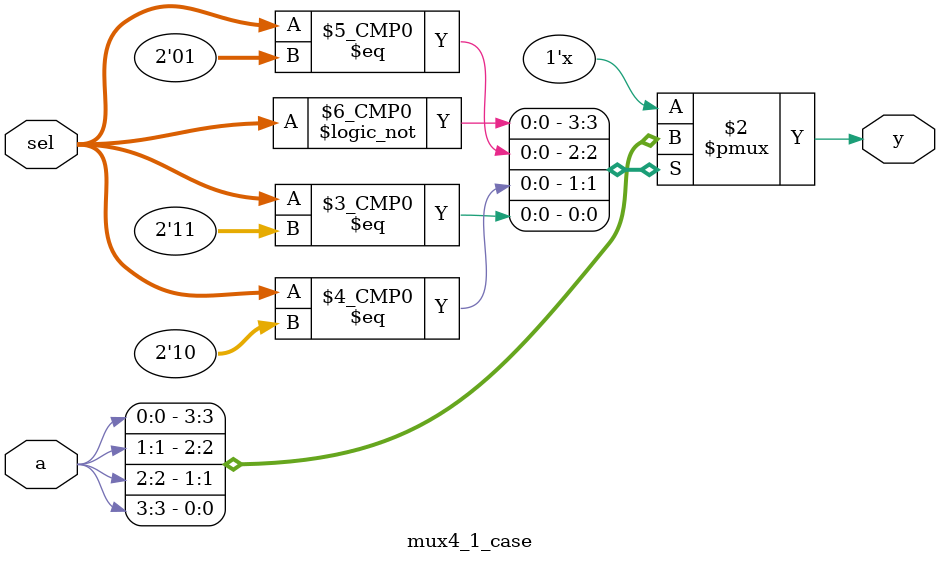
<source format=sv>

module mux4_1_case (a,sel,y);
	input [3:0] a;
	input [1:0] sel;
	output reg y;
	
	always_comb begin
		case(sel)
		2'b00: begin y = a[0]; end
		2'b01: begin y = a[1]; end
		2'b10: begin y = a[2]; end
		2'b11: begin y = a[3]; end
		default: y = 1'b0;endcase
	end 
endmodule
	
</source>
